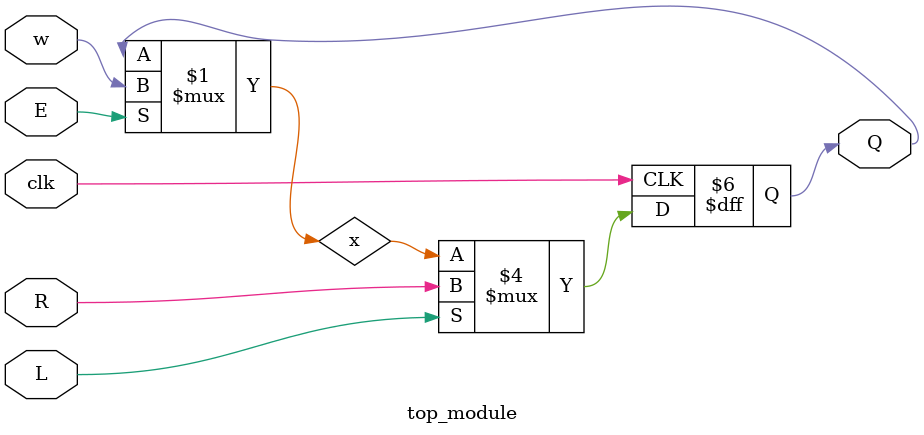
<source format=v>
module top_module (
		   input  clk,
		   input  w, R, E, L,
		   output Q
		   );

   wire 		  x;
   assign x = (E) ? w : Q;

   always @ (posedge clk) begin
      if (L) begin
         Q <= R;
      end
      else begin
         Q <= x;
      end
   end

endmodule

</source>
